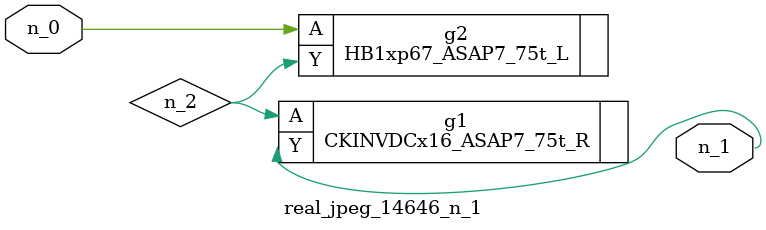
<source format=v>
module real_jpeg_14646_n_1 (n_0, n_1);

input n_0;

output n_1;

wire n_2;

HB1xp67_ASAP7_75t_L g2 ( 
.A(n_0),
.Y(n_2)
);

CKINVDCx16_ASAP7_75t_R g1 ( 
.A(n_2),
.Y(n_1)
);


endmodule
</source>
